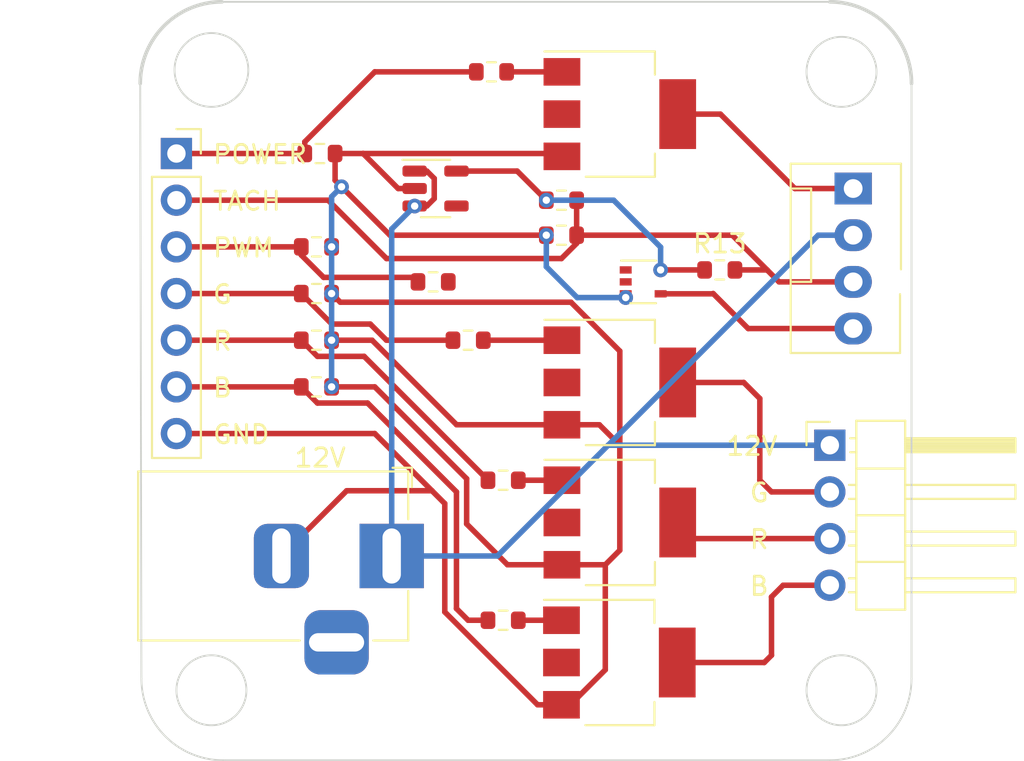
<source format=kicad_pcb>
(kicad_pcb (version 20221018) (generator pcbnew)
  (layers (0 "F.Cu" mixed) (31 "B.Cu" mixed) (34 "B.Paste" user) (35 "F.Paste" user) (36 "B.SilkS" user "B.Silkscreen") (37 "F.SilkS" user "F.Silkscreen") (38 "B.Mask" user) (39 "F.Mask" user) (44 "Edge.Cuts" user))
  (net 0 "")
  (net 1 "Net-(Q2-G)")
  (net 2 "Net-(Q3-G)")
  (net 3 "Net-(Q4-G)")
  (net 4 "Net-(Q5-G)")
  (net 5 "Net-(J4-Pin_1)")
  (net 6 "Net-(J3-Pin_1)")
  (net 7 "Net-(J3-Pin_2)")
  (net 8 "Net-(J3-Pin_3)")
  (net 9 "Net-(J3-Pin_4)")
  (net 10 "Net-(J4-Pin_4)")
  (net 12 "Net-(U2-GND)")
  (net 13 "Net-(U1-VOUT)")
  (net 15 "Net-(J5-Pin_1)")
  (net 16 "Net-(J4-Pin_3)")
  (net 17 "Net-(J5-Pin_4)")
  (net 18 "Net-(J5-Pin_5)")
  (net 19 "Net-(J5-Pin_6)")
  (net 20 "Net-(J5-Pin_7)")
  (net 21 "Net-(J5-Pin_3)")
  (net 22 "Net-(U4-INA)")
  (footprint "Resistor_SMD:R_0603_1608Metric" (layer "F.Cu") (at 127 90.17 180)
    (fp_text reference "R12" hide)
    (fp_text value "10000")
    (fp_line (start -0.237258 -0.5225) (end 0.237258 -0.5225) (stroke (width 0.12)) (layer "F.SilkS"))
    (fp_line (start -0.237258 0.5225) (end 0.237258 0.5225) (stroke (width 0.12)) (layer "F.SilkS"))
    (pad "1" smd roundrect (at -0.825 0 180) (size 0.8 0.95) (layers "F.Cu" "F.Paste" "F.Mask") (net 20 "Net-(J5-Pin_7)"))
    (pad "2" smd roundrect (at 0.825 0 180) (size 0.8 0.95) (layers "F.Cu" "F.Paste" "F.Mask") (net 21 "Net-(J5-Pin_3)"))
  )
  (footprint "Resistor_SMD:R_0603_1608Metric" (layer "F.Cu") (at 135.255 95.25 180)
    (fp_text reference "R10" hide)
    (fp_text value "1000")
    (fp_line (start -0.237258 -0.5225) (end 0.237258 -0.5225) (stroke (width 0.12)) (layer "F.SilkS"))
    (fp_line (start -0.237258 0.5225) (end 0.237258 0.5225) (stroke (width 0.12)) (layer "F.SilkS"))
    (pad "1" smd roundrect (at -0.825 0 180) (size 0.8 0.95) (layers "F.Cu" "F.Paste" "F.Mask") (net 2 "Net-(Q3-G)"))
    (pad "2" smd roundrect (at 0.825 0 180) (size 0.8 0.95) (layers "F.Cu" "F.Paste" "F.Mask") (net 17 "Net-(J5-Pin_4)"))
  )
  (footprint "Package_TO_SOT_SMD:SOT-223-3_TabPin2" (layer "F.Cu") (at 143.485 112.79)
    (fp_text reference "Q5" hide)
    (fp_text value "IRLL014TRPBF")
    (fp_line (start -4.1 -3.41) (end 1.91 -3.41) (stroke (width 0.12)) (layer "F.SilkS"))
    (fp_line (start -1.85 3.41) (end 1.91 3.41) (stroke (width 0.12)) (layer "F.SilkS"))
    (fp_line (start 1.91 -3.41) (end 1.91 -2.15) (stroke (width 0.12)) (layer "F.SilkS"))
    (fp_line (start 1.91 3.41) (end 1.91 2.15) (stroke (width 0.12)) (layer "F.SilkS"))
    (pad "1" smd rect (at -3.15 -2.3) (size 2 1.5) (layers "F.Cu" "F.Paste" "F.Mask") (net 4 "Net-(Q5-G)"))
    (pad "2" smd rect (at -3.15 0) (size 2 1.5) (layers "F.Cu" "F.Paste" "F.Mask") (net 9 "Net-(J3-Pin_4)"))
    (pad "2" smd rect (at 3.15 0) (size 2 3.8) (layers "F.Cu" "F.Paste" "F.Mask") (net 9 "Net-(J3-Pin_4)"))
    (pad "3" smd rect (at -3.15 2.3) (size 2 1.5) (layers "F.Cu" "F.Paste" "F.Mask") (net 20 "Net-(J5-Pin_7)"))
  )
  (footprint "Connector_PinHeader_2.54mm:PinHeader_1x04_P2.54mm_Horizontal" (layer "F.Cu") (at 154.94 100.965)
    (fp_text reference "J3" hide)
    (fp_text value "Conn_01x04")
    (fp_line (start -1.27 -1.27) (end 0 -1.27) (stroke (width 0.12)) (layer "F.SilkS"))
    (fp_line (start -1.27 0) (end -1.27 -1.27) (stroke (width 0.12)) (layer "F.SilkS"))
    (fp_line (start 1.042929 2.16) (end 1.44 2.16) (stroke (width 0.12)) (layer "F.SilkS"))
    (fp_line (start 1.042929 2.92) (end 1.44 2.92) (stroke (width 0.12)) (layer "F.SilkS"))
    (fp_line (start 1.042929 4.7) (end 1.44 4.7) (stroke (width 0.12)) (layer "F.SilkS"))
    (fp_line (start 1.042929 5.46) (end 1.44 5.46) (stroke (width 0.12)) (layer "F.SilkS"))
    (fp_line (start 1.042929 7.24) (end 1.44 7.24) (stroke (width 0.12)) (layer "F.SilkS"))
    (fp_line (start 1.042929 8) (end 1.44 8) (stroke (width 0.12)) (layer "F.SilkS"))
    (fp_line (start 1.11 -0.38) (end 1.44 -0.38) (stroke (width 0.12)) (layer "F.SilkS"))
    (fp_line (start 1.11 0.38) (end 1.44 0.38) (stroke (width 0.12)) (layer "F.SilkS"))
    (fp_line (start 1.44 -1.33) (end 1.44 8.95) (stroke (width 0.12)) (layer "F.SilkS"))
    (fp_line (start 1.44 1.27) (end 4.1 1.27) (stroke (width 0.12)) (layer "F.SilkS"))
    (fp_line (start 1.44 3.81) (end 4.1 3.81) (stroke (width 0.12)) (layer "F.SilkS"))
    (fp_line (start 1.44 6.35) (end 4.1 6.35) (stroke (width 0.12)) (layer "F.SilkS"))
    (fp_line (start 1.44 8.95) (end 4.1 8.95) (stroke (width 0.12)) (layer "F.SilkS"))
    (fp_line (start 4.1 -1.33) (end 1.44 -1.33) (stroke (width 0.12)) (layer "F.SilkS"))
    (fp_line (start 4.1 -0.38) (end 10.1 -0.38) (stroke (width 0.12)) (layer "F.SilkS"))
    (fp_line (start 4.1 -0.32) (end 10.1 -0.32) (stroke (width 0.12)) (layer "F.SilkS"))
    (fp_line (start 4.1 -0.2) (end 10.1 -0.2) (stroke (width 0.12)) (layer "F.SilkS"))
    (fp_line (start 4.1 -0.08) (end 10.1 -0.08) (stroke (width 0.12)) (layer "F.SilkS"))
    (fp_line (start 4.1 0.04) (end 10.1 0.04) (stroke (width 0.12)) (layer "F.SilkS"))
    (fp_line (start 4.1 0.16) (end 10.1 0.16) (stroke (width 0.12)) (layer "F.SilkS"))
    (fp_line (start 4.1 0.28) (end 10.1 0.28) (stroke (width 0.12)) (layer "F.SilkS"))
    (fp_line (start 4.1 2.16) (end 10.1 2.16) (stroke (width 0.12)) (layer "F.SilkS"))
    (fp_line (start 4.1 4.7) (end 10.1 4.7) (stroke (width 0.12)) (layer "F.SilkS"))
    (fp_line (start 4.1 7.24) (end 10.1 7.24) (stroke (width 0.12)) (layer "F.SilkS"))
    (fp_line (start 4.1 8.95) (end 4.1 -1.33) (stroke (width 0.12)) (layer "F.SilkS"))
    (fp_line (start 10.1 -0.38) (end 10.1 0.38) (stroke (width 0.12)) (layer "F.SilkS"))
    (fp_line (start 10.1 0.38) (end 4.1 0.38) (stroke (width 0.12)) (layer "F.SilkS"))
    (fp_line (start 10.1 2.16) (end 10.1 2.92) (stroke (width 0.12)) (layer "F.SilkS"))
    (fp_line (start 10.1 2.92) (end 4.1 2.92) (stroke (width 0.12)) (layer "F.SilkS"))
    (fp_line (start 10.1 4.7) (end 10.1 5.46) (stroke (width 0.12)) (layer "F.SilkS"))
    (fp_line (start 10.1 5.46) (end 4.1 5.46) (stroke (width 0.12)) (layer "F.SilkS"))
    (fp_line (start 10.1 7.24) (end 10.1 8) (stroke (width 0.12)) (layer "F.SilkS"))
    (fp_line (start 10.1 8) (end 4.1 8) (stroke (width 0.12)) (layer "F.SilkS"))
    (pad "1" thru_hole rect (at 0 0) (size 1.7 1.7) (drill 1) (layers "*.Cu" "*.Mask") (net 6 "Net-(J3-Pin_1)"))
    (pad "2" thru_hole oval (at 0 2.54) (size 1.7 1.7) (drill 1) (layers "*.Cu" "*.Mask") (net 7 "Net-(J3-Pin_2)"))
    (pad "3" thru_hole oval (at 0 5.08) (size 1.7 1.7) (drill 1) (layers "*.Cu" "*.Mask") (net 8 "Net-(J3-Pin_3)"))
    (pad "4" thru_hole oval (at 0 7.62) (size 1.7 1.7) (drill 1) (layers "*.Cu" "*.Mask") (net 9 "Net-(J3-Pin_4)"))
  )
  (footprint "Package_TO_SOT_SMD:SOT-223-3_TabPin2" (layer "F.Cu") (at 143.51 82.945)
    (fp_text reference "Q2" hide)
    (fp_text value "IRLL014TRPBF")
    (fp_line (start -4.1 -3.41) (end 1.91 -3.41) (stroke (width 0.12)) (layer "F.SilkS"))
    (fp_line (start -1.85 3.41) (end 1.91 3.41) (stroke (width 0.12)) (layer "F.SilkS"))
    (fp_line (start 1.91 -3.41) (end 1.91 -2.15) (stroke (width 0.12)) (layer "F.SilkS"))
    (fp_line (start 1.91 3.41) (end 1.91 2.15) (stroke (width 0.12)) (layer "F.SilkS"))
    (pad "1" smd rect (at -3.15 -2.3) (size 2 1.5) (layers "F.Cu" "F.Paste" "F.Mask") (net 1 "Net-(Q2-G)"))
    (pad "2" smd rect (at -3.15 0) (size 2 1.5) (layers "F.Cu" "F.Paste" "F.Mask") (net 5 "Net-(J4-Pin_1)"))
    (pad "2" smd rect (at 3.15 0) (size 2 3.8) (layers "F.Cu" "F.Paste" "F.Mask") (net 5 "Net-(J4-Pin_1)"))
    (pad "3" smd rect (at -3.15 2.3) (size 2 1.5) (layers "F.Cu" "F.Paste" "F.Mask") (net 20 "Net-(J5-Pin_7)"))
  )
  (footprint "Resistor_SMD:R_0603_1608Metric" (layer "F.Cu") (at 140.335 87.63 180)
    (fp_text reference "R6" hide)
    (fp_text value "1700")
    (fp_line (start -0.237258 -0.5225) (end 0.237258 -0.5225) (stroke (width 0.12)) (layer "F.SilkS"))
    (fp_line (start -0.237258 0.5225) (end 0.237258 0.5225) (stroke (width 0.12)) (layer "F.SilkS"))
    (pad "1" smd roundrect (at -0.825 0 180) (size 0.8 0.95) (layers "F.Cu" "F.Paste" "F.Mask") (net 16 "Net-(J4-Pin_3)"))
    (pad "2" smd roundrect (at 0.825 0 180) (size 0.8 0.95) (layers "F.Cu" "F.Paste" "F.Mask") (net 13 "Net-(U1-VOUT)"))
  )
  (footprint "Resistor_SMD:R_0603_1608Metric" (layer "F.Cu") (at 140.335 89.535 180)
    (fp_text reference "R7" hide)
    (fp_text value "3300" hide)
    (fp_line (start -0.237258 -0.5225) (end 0.237258 -0.5225) (stroke (width 0.12)) (layer "F.SilkS"))
    (fp_line (start -0.237258 0.5225) (end 0.237258 0.5225) (stroke (width 0.12)) (layer "F.SilkS"))
    (pad "1" smd roundrect (at -0.825 0 180) (size 0.8 0.95) (layers "F.Cu" "F.Paste" "F.Mask") (net 16 "Net-(J4-Pin_3)"))
    (pad "2" smd roundrect (at 0.825 0 180) (size 0.8 0.95) (layers "F.Cu" "F.Paste" "F.Mask") (net 20 "Net-(J5-Pin_7)"))
  )
  (footprint "Package_TO_SOT_SMD:SOT-223-3_TabPin2" (layer "F.Cu") (at 143.51 97.55)
    (fp_text reference "Q3" hide)
    (fp_text value "IRLL014TRPBF")
    (fp_line (start -4.1 -3.41) (end 1.91 -3.41) (stroke (width 0.12)) (layer "F.SilkS"))
    (fp_line (start -1.85 3.41) (end 1.91 3.41) (stroke (width 0.12)) (layer "F.SilkS"))
    (fp_line (start 1.91 -3.41) (end 1.91 -2.15) (stroke (width 0.12)) (layer "F.SilkS"))
    (fp_line (start 1.91 3.41) (end 1.91 2.15) (stroke (width 0.12)) (layer "F.SilkS"))
    (pad "1" smd rect (at -3.15 -2.3) (size 2 1.5) (layers "F.Cu" "F.Paste" "F.Mask") (net 2 "Net-(Q3-G)"))
    (pad "2" smd rect (at -3.15 0) (size 2 1.5) (layers "F.Cu" "F.Paste" "F.Mask") (net 7 "Net-(J3-Pin_2)"))
    (pad "2" smd rect (at 3.15 0) (size 2 3.8) (layers "F.Cu" "F.Paste" "F.Mask") (net 7 "Net-(J3-Pin_2)"))
    (pad "3" smd rect (at -3.15 2.3) (size 2 1.5) (layers "F.Cu" "F.Paste" "F.Mask") (net 20 "Net-(J5-Pin_7)"))
  )
  (footprint "Package_TO_SOT_SMD:SOT-223-3_TabPin2" (layer "F.Cu") (at 143.51 105.17)
    (fp_text reference "Q4" hide)
    (fp_text value "IRLL014TRPBF")
    (fp_line (start -4.1 -3.41) (end 1.91 -3.41) (stroke (width 0.12)) (layer "F.SilkS"))
    (fp_line (start -1.85 3.41) (end 1.91 3.41) (stroke (width 0.12)) (layer "F.SilkS"))
    (fp_line (start 1.91 -3.41) (end 1.91 -2.15) (stroke (width 0.12)) (layer "F.SilkS"))
    (fp_line (start 1.91 3.41) (end 1.91 2.15) (stroke (width 0.12)) (layer "F.SilkS"))
    (pad "1" smd rect (at -3.15 -2.3) (size 2 1.5) (layers "F.Cu" "F.Paste" "F.Mask") (net 3 "Net-(Q4-G)"))
    (pad "2" smd rect (at -3.15 0) (size 2 1.5) (layers "F.Cu" "F.Paste" "F.Mask") (net 8 "Net-(J3-Pin_3)"))
    (pad "2" smd rect (at 3.15 0) (size 2 3.8) (layers "F.Cu" "F.Paste" "F.Mask") (net 8 "Net-(J3-Pin_3)"))
    (pad "3" smd rect (at -3.15 2.3) (size 2 1.5) (layers "F.Cu" "F.Paste" "F.Mask") (net 20 "Net-(J5-Pin_7)"))
  )
  (footprint "Resistor_SMD:R_0603_1608Metric" (layer "F.Cu") (at 127.19 85.09 180)
    (fp_text reference "R8" hide)
    (fp_text value "10000")
    (fp_line (start -0.237258 -0.5225) (end 0.237258 -0.5225) (stroke (width 0.12)) (layer "F.SilkS"))
    (fp_line (start -0.237258 0.5225) (end 0.237258 0.5225) (stroke (width 0.12)) (layer "F.SilkS"))
    (pad "1" smd roundrect (at -0.825 0 180) (size 0.8 0.95) (layers "F.Cu" "F.Paste" "F.Mask") (net 20 "Net-(J5-Pin_7)"))
    (pad "2" smd roundrect (at 0.825 0 180) (size 0.8 0.95) (layers "F.Cu" "F.Paste" "F.Mask") (net 15 "Net-(J5-Pin_1)"))
  )
  (footprint "Connector_PinSocket_2.54mm:PinSocket_1x07_P2.54mm_Vertical" (layer "F.Cu") (at 119.38 85.09)
    (fp_text reference "J5" hide)
    (fp_text value "Conn_01x07_MountingPin")
    (fp_line (start -1.33 1.27) (end -1.33 16.57) (stroke (width 0.12)) (layer "F.SilkS"))
    (fp_line (start -1.33 1.27) (end 1.33 1.27) (stroke (width 0.12)) (layer "F.SilkS"))
    (fp_line (start -1.33 16.57) (end 1.33 16.57) (stroke (width 0.12)) (layer "F.SilkS"))
    (fp_line (start 0 -1.33) (end 1.33 -1.33) (stroke (width 0.12)) (layer "F.SilkS"))
    (fp_line (start 1.33 -1.33) (end 1.33 0) (stroke (width 0.12)) (layer "F.SilkS"))
    (fp_line (start 1.33 1.27) (end 1.33 16.57) (stroke (width 0.12)) (layer "F.SilkS"))
    (pad "1" thru_hole rect (at 0 0) (size 1.7 1.7) (drill 1) (layers "*.Cu" "*.Mask") (net 15 "Net-(J5-Pin_1)"))
    (pad "2" thru_hole oval (at 0 2.54) (size 1.7 1.7) (drill 1) (layers "*.Cu" "*.Mask") (net 16 "Net-(J4-Pin_3)"))
    (pad "3" thru_hole oval (at 0 5.08) (size 1.7 1.7) (drill 1) (layers "*.Cu" "*.Mask") (net 21 "Net-(J5-Pin_3)"))
    (pad "4" thru_hole oval (at 0 7.62) (size 1.7 1.7) (drill 1) (layers "*.Cu" "*.Mask") (net 17 "Net-(J5-Pin_4)"))
    (pad "5" thru_hole oval (at 0 10.16) (size 1.7 1.7) (drill 1) (layers "*.Cu" "*.Mask") (net 18 "Net-(J5-Pin_5)"))
    (pad "6" thru_hole oval (at 0 12.7) (size 1.7 1.7) (drill 1) (layers "*.Cu" "*.Mask") (net 19 "Net-(J5-Pin_6)"))
    (pad "7" thru_hole oval (at 0 15.24) (size 1.7 1.7) (drill 1) (layers "*.Cu" "*.Mask") (net 20 "Net-(J5-Pin_7)"))
  )
  (footprint "Resistor_SMD:R_0603_1608Metric" (layer "F.Cu") (at 136.525 80.645)
    (fp_text reference "R1" hide)
    (fp_text value "1000")
    (fp_line (start -0.237258 -0.5225) (end 0.237258 -0.5225) (stroke (width 0.12)) (layer "F.SilkS"))
    (fp_line (start -0.237258 0.5225) (end 0.237258 0.5225) (stroke (width 0.12)) (layer "F.SilkS"))
    (pad "1" smd roundrect (at -0.825 0) (size 0.8 0.95) (layers "F.Cu" "F.Paste" "F.Mask") (net 15 "Net-(J5-Pin_1)"))
    (pad "2" smd roundrect (at 0.825 0) (size 0.8 0.95) (layers "F.Cu" "F.Paste" "F.Mask") (net 1 "Net-(Q2-G)"))
  )
  (footprint "Resistor_SMD:R_0603_1608Metric" (layer "F.Cu") (at 137.16 110.49 180)
    (fp_text reference "R11" hide)
    (fp_text value "1000")
    (fp_line (start -0.237258 -0.5225) (end 0.237258 -0.5225) (stroke (width 0.12)) (layer "F.SilkS"))
    (fp_line (start -0.237258 0.5225) (end 0.237258 0.5225) (stroke (width 0.12)) (layer "F.SilkS"))
    (pad "1" smd roundrect (at -0.825 0 180) (size 0.8 0.95) (layers "F.Cu" "F.Paste" "F.Mask") (net 4 "Net-(Q5-G)"))
    (pad "2" smd roundrect (at 0.825 0 180) (size 0.8 0.95) (layers "F.Cu" "F.Paste" "F.Mask") (net 19 "Net-(J5-Pin_6)"))
  )
  (footprint "Package_TO_SOT_SMD:SOT-23-5" (layer "F.Cu") (at 133.4825 86.995)
    (fp_text reference "U1" hide)
    (fp_text value "MIC5231-3.3YM5-TR")
    (fp_line (start 0 -1.56) (end -1.8 -1.56) (stroke (width 0.12)) (layer "F.SilkS"))
    (fp_line (start 0 -1.56) (end 0.8 -1.56) (stroke (width 0.12)) (layer "F.SilkS"))
    (fp_line (start 0 1.56) (end -0.8 1.56) (stroke (width 0.12)) (layer "F.SilkS"))
    (fp_line (start 0 1.56) (end 0.8 1.56) (stroke (width 0.12)) (layer "F.SilkS"))
    (pad "1" smd roundrect (at -1.1375 -0.95) (size 1.325 0.6) (layers "F.Cu" "F.Paste" "F.Mask") (net 6 "Net-(J3-Pin_1)"))
    (pad "2" smd roundrect (at -1.1375 0) (size 1.325 0.6) (layers "F.Cu" "F.Paste" "F.Mask") (net 20 "Net-(J5-Pin_7)"))
    (pad "3" smd roundrect (at -1.1375 0.95) (size 1.325 0.6) (layers "F.Cu" "F.Paste" "F.Mask") (net 6 "Net-(J3-Pin_1)"))
    (pad "4" smd roundrect (at 1.1375 0.95) (size 1.325 0.6) (layers "F.Cu" "F.Paste" "F.Mask"))
    (pad "5" smd roundrect (at 1.1375 -0.95) (size 1.325 0.6) (layers "F.Cu" "F.Paste" "F.Mask") (net 13 "Net-(U1-VOUT)"))
  )
  (footprint "Package_TO_SOT_SMD:SOT-353_SC-70-5" (layer "F.Cu") (at 144.78 92.075)
    (fp_text reference "U2" hide)
    (fp_text value "MC74HC1G04DFT2")
    (fp_line (start -0.7 1.16) (end 0.7 1.16) (stroke (width 0.12)) (layer "F.SilkS"))
    (fp_line (start 0.7 -1.16) (end -1.2 -1.16) (stroke (width 0.12)) (layer "F.SilkS"))
    (pad "1" smd rect (at -0.95 -0.65) (size 0.65 0.4) (layers "F.Cu" "F.Paste" "F.Mask"))
    (pad "2" smd rect (at -0.95 0) (size 0.65 0.4) (layers "F.Cu" "F.Paste" "F.Mask") (net 12 "Net-(U2-GND)"))
    (pad "3" smd rect (at -0.95 0.65) (size 0.65 0.4) (layers "F.Cu" "F.Paste" "F.Mask") (net 20 "Net-(J5-Pin_7)"))
    (pad "4" smd rect (at 0.95 0.65) (size 0.65 0.4) (layers "F.Cu" "F.Paste" "F.Mask") (net 10 "Net-(J4-Pin_4)"))
    (pad "5" smd rect (at 0.95 -0.65) (size 0.65 0.4) (layers "F.Cu" "F.Paste" "F.Mask") (net 13 "Net-(U1-VOUT)"))
  )
  (footprint "Resistor_SMD:R_0603_1608Metric" (layer "F.Cu") (at 148.95 91.425)
    (fp_text reference "R13" (at 0 -1.43) (layer "F.SilkS"))
    (fp_text value "10000")
    (fp_line (start -0.237258 -0.5225) (end 0.237258 -0.5225) (stroke (width 0.12)) (layer "F.SilkS"))
    (fp_line (start -0.237258 0.5225) (end 0.237258 0.5225) (stroke (width 0.12)) (layer "F.SilkS"))
    (pad "1" smd roundrect (at -0.825 0) (size 0.8 0.95) (layers "F.Cu" "F.Paste" "F.Mask") (net 13 "Net-(U1-VOUT)"))
    (pad "2" smd roundrect (at 0.825 0) (size 0.8 0.95) (layers "F.Cu" "F.Paste" "F.Mask") (net 16 "Net-(J4-Pin_3)"))
  )
  (footprint "Resistor_SMD:R_0603_1608Metric" (layer "F.Cu") (at 127 97.79)
    (fp_text reference "R5" hide)
    (fp_text value "10000")
    (fp_line (start -0.237258 -0.5225) (end 0.237258 -0.5225) (stroke (width 0.12)) (layer "F.SilkS"))
    (fp_line (start -0.237258 0.5225) (end 0.237258 0.5225) (stroke (width 0.12)) (layer "F.SilkS"))
    (pad "1" smd roundrect (at -0.825 0) (size 0.8 0.95) (layers "F.Cu" "F.Paste" "F.Mask") (net 19 "Net-(J5-Pin_6)"))
    (pad "2" smd roundrect (at 0.825 0) (size 0.8 0.95) (layers "F.Cu" "F.Paste" "F.Mask") (net 20 "Net-(J5-Pin_7)"))
  )
  (footprint "Resistor_SMD:R_0603_1608Metric" (layer "F.Cu") (at 127 95.25)
    (fp_text reference "R4" hide)
    (fp_text value "10000")
    (fp_line (start -0.237258 -0.5225) (end 0.237258 -0.5225) (stroke (width 0.12)) (layer "F.SilkS"))
    (fp_line (start -0.237258 0.5225) (end 0.237258 0.5225) (stroke (width 0.12)) (layer "F.SilkS"))
    (pad "1" smd roundrect (at -0.825 0) (size 0.8 0.95) (layers "F.Cu" "F.Paste" "F.Mask") (net 18 "Net-(J5-Pin_5)"))
    (pad "2" smd roundrect (at 0.825 0) (size 0.8 0.95) (layers "F.Cu" "F.Paste" "F.Mask") (net 20 "Net-(J5-Pin_7)"))
  )
  (footprint "Connector_BarrelJack:BarrelJack_Horizontal" (layer "F.Cu") (at 131.095 106.9925)
    (fp_text reference "J2" hide)
    (fp_text value "Barrel_Jack")
    (fp_line (start -13.8 -4.6) (end 0.9 -4.6) (stroke (width 0.12)) (layer "F.SilkS"))
    (fp_line (start -13.8 4.6) (end -13.8 -4.6) (stroke (width 0.12)) (layer "F.SilkS"))
    (fp_line (start -5 4.6) (end -13.8 4.6) (stroke (width 0.12)) (layer "F.SilkS"))
    (fp_line (start 0.05 -4.8) (end 1.1 -4.8) (stroke (width 0.12)) (layer "F.SilkS"))
    (fp_line (start 0.9 -4.6) (end 0.9 -2) (stroke (width 0.12)) (layer "F.SilkS"))
    (fp_line (start 0.9 1.9) (end 0.9 4.6) (stroke (width 0.12)) (layer "F.SilkS"))
    (fp_line (start 0.9 4.6) (end -1 4.6) (stroke (width 0.12)) (layer "F.SilkS"))
    (fp_line (start 1.1 -3.75) (end 1.1 -4.8) (stroke (width 0.12)) (layer "F.SilkS"))
    (pad "1" thru_hole rect (at 0 0) (size 3.5 3.5) (drill oval 1 3) (layers "*.Cu" "*.Mask") (net 6 "Net-(J3-Pin_1)"))
    (pad "2" thru_hole roundrect (at -6 0) (size 3 3.5) (drill oval 1 3) (layers "*.Cu" "*.Mask") (net 20 "Net-(J5-Pin_7)"))
    (pad "3" thru_hole roundrect (at -3 4.7) (size 3.5 3.5) (drill oval 3 1) (layers "*.Cu" "*.Mask"))
  )
  (footprint "Resistor_SMD:R_0603_1608Metric" (layer "F.Cu") (at 137.16 102.87 180)
    (fp_text reference "R9" hide)
    (fp_text value "1000")
    (fp_line (start -0.237258 -0.5225) (end 0.237258 -0.5225) (stroke (width 0.12)) (layer "F.SilkS"))
    (fp_line (start -0.237258 0.5225) (end 0.237258 0.5225) (stroke (width 0.12)) (layer "F.SilkS"))
    (pad "1" smd roundrect (at -0.825 0 180) (size 0.8 0.95) (layers "F.Cu" "F.Paste" "F.Mask") (net 3 "Net-(Q4-G)"))
    (pad "2" smd roundrect (at 0.825 0 180) (size 0.8 0.95) (layers "F.Cu" "F.Paste" "F.Mask") (net 18 "Net-(J5-Pin_5)"))
  )
  (footprint "Connector:FanPinHeader_1x04_P2.54mm_Vertical" (layer "F.Cu") (at 156.21 86.995 -90)
    (fp_text reference "J4" hide)
    (fp_text value "Conn_01x04")
    (fp_line (start -1.35 -2.6) (end 4.4 -2.6) (stroke (width 0.12)) (layer "F.SilkS"))
    (fp_line (start -1.35 3.4) (end -1.35 -2.6) (stroke (width 0.12)) (layer "F.SilkS"))
    (fp_line (start 0 2.29) (end 5.08 2.29) (stroke (width 0.12)) (layer "F.SilkS"))
    (fp_line (start 0 3.3) (end 0 2.29) (stroke (width 0.12)) (layer "F.SilkS"))
    (fp_line (start 5.08 2.29) (end 5.08 3.3) (stroke (width 0.12)) (layer "F.SilkS"))
    (fp_line (start 5.75 -2.55) (end 8.95 -2.55) (stroke (width 0.12)) (layer "F.SilkS"))
    (fp_line (start 8.95 -2.55) (end 8.95 3.4) (stroke (width 0.12)) (layer "F.SilkS"))
    (fp_line (start 8.95 3.4) (end -1.35 3.4) (stroke (width 0.12)) (layer "F.SilkS"))
    (pad "" np_thru_hole circle (at 5.08 -2.16) (size 1.1 1.1) (drill 1.1) (layers "*.Cu" "*.Mask"))
    (pad "1" thru_hole rect (at 0 0) (size 2.03 1.73) (drill 1.02) (layers "*.Cu" "*.Mask") (net 5 "Net-(J4-Pin_1)"))
    (pad "2" thru_hole oval (at 2.54 0) (size 2.03 1.73) (drill 1.02) (layers "*.Cu" "*.Mask") (net 6 "Net-(J3-Pin_1)"))
    (pad "3" thru_hole oval (at 5.08 0) (size 2.03 1.73) (drill 1.02) (layers "*.Cu" "*.Mask") (net 16 "Net-(J4-Pin_3)"))
    (pad "4" thru_hole oval (at 7.62 0) (size 2.03 1.73) (drill 1.02) (layers "*.Cu" "*.Mask") (net 10 "Net-(J4-Pin_4)"))
  )
  (footprint "Resistor_SMD:R_0603_1608Metric" (layer "F.Cu") (at 127 92.71 180)
    (fp_text reference "R3" hide)
    (fp_text value "10000")
    (fp_line (start -0.237258 -0.5225) (end 0.237258 -0.5225) (stroke (width 0.12)) (layer "F.SilkS"))
    (fp_line (start -0.237258 0.5225) (end 0.237258 0.5225) (stroke (width 0.12)) (layer "F.SilkS"))
    (pad "1" smd roundrect (at -0.825 0 180) (size 0.8 0.95) (layers "F.Cu" "F.Paste" "F.Mask") (net 20 "Net-(J5-Pin_7)"))
    (pad "2" smd roundrect (at 0.825 0 180) (size 0.8 0.95) (layers "F.Cu" "F.Paste" "F.Mask") (net 17 "Net-(J5-Pin_4)"))
  )
  (footprint "Resistor_SMD:R_0603_1608Metric" (layer "F.Cu") (at 133.35 92.075)
    (fp_text reference "R2" hide)
    (fp_text value "1000")
    (fp_line (start -0.237258 -0.5225) (end 0.237258 -0.5225) (stroke (width 0.12)) (layer "F.SilkS"))
    (fp_line (start -0.237258 0.5225) (end 0.237258 0.5225) (stroke (width 0.12)) (layer "F.SilkS"))
    (pad "1" smd roundrect (at -0.825 0) (size 0.8 0.95) (layers "F.Cu" "F.Paste" "F.Mask") (net 21 "Net-(J5-Pin_3)"))
    (pad "2" smd roundrect (at 0.825 0) (size 0.8 0.95) (layers "F.Cu" "F.Paste" "F.Mask") (net 22 "Net-(U4-INA)"))
  )
  (gr_line (start 117.475 113.665) (end 117.41118 81.28) (stroke (width 0.1)) (layer "Edge.Cuts"))
  (gr_line (start 159.385 81.28) (end 159.385 113.665) (stroke (width 0.1)) (layer "Edge.Cuts"))
  (gr_circle (center 121.285 80.541954) (end 123.19 81.176954) (stroke (width 0.1)) (fill none) (layer "Edge.Cuts"))
  (gr_circle (center 155.575 114.3) (end 157.48 114.3) (stroke (width 0.1)) (fill none) (layer "Edge.Cuts"))
  (gr_arc (start 117.41118 81.28) (mid 118.71309 78.13691) (end 121.85618 76.835) (stroke (width 0.2)) (layer "Edge.Cuts"))
  (gr_arc (start 154.94 76.835) (mid 158.08309 78.13691) (end 159.385 81.28) (stroke (width 0.2)) (layer "Edge.Cuts"))
  (gr_line (start 154.94 118.11) (end 121.92 118.11) (stroke (width 0.1)) (layer "Edge.Cuts"))
  (gr_circle (center 121.285 114.3) (end 123.19 114.3) (stroke (width 0.1)) (fill none) (layer "Edge.Cuts"))
  (gr_arc (start 121.92 118.11) (mid 118.77691 116.80809) (end 117.475 113.665) (stroke (width 0.1)) (layer "Edge.Cuts"))
  (gr_circle (center 155.575 80.645) (end 157.48 80.645) (stroke (width 0.1)) (fill none) (layer "Edge.Cuts"))
  (gr_arc (start 159.385 113.665) (mid 158.08309 116.80809) (end 154.94 118.11) (stroke (width 0.1)) (layer "Edge.Cuts"))
  (gr_line (start 121.85618 76.835) (end 154.94 76.835) (stroke (width 0.1)) (layer "Edge.Cuts"))
  (gr_text "12V" (at 149.225 101.6) (layer "F.SilkS") (effects (font (size 1 1)) (justify left bottom)))
  (gr_text "R" (at 150.495 106.68) (layer "F.SilkS") (effects (font (size 1 1)) (justify left bottom)))
  (gr_text "G" (at 150.495 104.14) (layer "F.SilkS") (effects (font (size 1 1)) (justify left bottom)))
  (gr_text "POWER" (at 121.285 85.725) (layer "F.SilkS") (effects (font (size 1 1)) (justify left bottom)))
  (gr_text "B" (at 150.495 109.22) (layer "F.SilkS") (effects (font (size 1 1)) (justify left bottom)))
  (gr_text "12V" (at 125.73 102.235) (layer "F.SilkS") (effects (font (size 1 1)) (justify left bottom)))
  (gr_text "TACH" (at 121.285 88.265) (layer "F.SilkS") (effects (font (size 1 1)) (justify left bottom)))
  (gr_text "R" (at 121.285 95.885) (layer "F.SilkS") (effects (font (size 1 1)) (justify left bottom)))
  (gr_text "G" (at 121.285 93.345) (layer "F.SilkS") (effects (font (size 1 1)) (justify left bottom)))
  (gr_text "PWM" (at 121.285 90.805) (layer "F.SilkS") (effects (font (size 1 1)) (justify left bottom)))
  (gr_text "GND" (at 121.285 100.965) (layer "F.SilkS") (effects (font (size 1 1)) (justify left bottom)))
  (gr_text "B" (at 121.285 98.425) (layer "F.SilkS") (effects (font (size 1 1)) (justify left bottom)))
  (segment (start 137.35 80.645) (end 140.36 80.645) (width 0.3) (layer "F.Cu") (net 1))
  (segment (start 140.36 95.25) (end 136.08 95.25) (width 0.3) (layer "F.Cu") (net 2))
  (segment (start 140.36 102.87) (end 137.985 102.87) (width 0.3) (layer "F.Cu") (net 3))
  (segment (start 140.335 110.49) (end 137.985 110.49) (width 0.3) (layer "F.Cu") (net 4))
  (segment (start 148.985 82.945) (end 146.66 82.945) (width 0.3) (layer "F.Cu") (net 5))
  (segment (start 153.035 86.995) (end 148.985 82.945) (width 0.3) (layer "F.Cu") (net 5))
  (segment (start 156.21 86.995) (end 153.035 86.995) (width 0.3) (layer "F.Cu") (net 5))
  (segment (start 133.4115 87.540999) (end 133.007499 87.945) (width 0.3) (layer "F.Cu") (net 6))
  (segment (start 133.007499 86.045) (end 133.4115 86.449001) (width 0.3) (layer "F.Cu") (net 6))
  (segment (start 133.007499 87.945) (end 132.345 87.945) (width 0.3) (layer "F.Cu") (net 6))
  (segment (start 132.345 86.045) (end 133.007499 86.045) (width 0.3) (layer "F.Cu") (net 6))
  (segment (start 133.4115 86.449001) (end 133.4115 87.540999) (width 0.3) (layer "F.Cu") (net 6))
  (segment (start 132.345 87.949) (end 132.345 87.945) (width 0.3) (layer "F.Cu") (net 6))
  (via (at 132.345 87.949) (size 0.8) (drill 0.4) (layers "F.Cu" "B.Cu") (net 6))
  (segment (start 142.875 100.965) (end 136.8475 106.9925) (width 0.3) (layer "B.Cu") (net 6))
  (segment (start 156.21 89.535) (end 154.305 89.535) (width 0.3) (layer "B.Cu") (net 6))
  (segment (start 132.345 87.949) (end 131.095 89.199) (width 0.3) (layer "B.Cu") (net 6))
  (segment (start 154.94 100.965) (end 142.875 100.965) (width 0.3) (layer "B.Cu") (net 6))
  (segment (start 136.8475 106.9925) (end 131.095 106.9925) (width 0.3) (layer "B.Cu") (net 6))
  (segment (start 154.305 89.535) (end 142.875 100.965) (width 0.3) (layer "B.Cu") (net 6))
  (segment (start 131.095 89.199) (end 131.095 106.9925) (width 0.3) (layer "B.Cu") (net 6))
  (segment (start 151.765 103.505) (end 151.13 102.87) (width 0.3) (layer "F.Cu") (net 7))
  (segment (start 154.94 103.505) (end 151.765 103.505) (width 0.3) (layer "F.Cu") (net 7))
  (segment (start 150.255 97.55) (end 151.13 98.425) (width 0.3) (layer "F.Cu") (net 7))
  (segment (start 146.66 97.55) (end 150.255 97.55) (width 0.3) (layer "F.Cu") (net 7))
  (segment (start 151.13 102.87) (end 151.13 98.425) (width 0.3) (layer "F.Cu") (net 7))
  (segment (start 154.94 106.045) (end 147.535 106.045) (width 0.3) (layer "F.Cu") (net 8))
  (segment (start 147.535 106.045) (end 146.66 105.17) (width 0.3) (layer "F.Cu") (net 8))
  (segment (start 151.37 112.79) (end 151.765 112.395) (width 0.3) (layer "F.Cu") (net 9))
  (segment (start 154.94 108.585) (end 152.4 108.585) (width 0.3) (layer "F.Cu") (net 9))
  (segment (start 151.765 109.22) (end 151.765 112.395) (width 0.3) (layer "F.Cu") (net 9))
  (segment (start 152.4 108.585) (end 151.765 109.22) (width 0.3) (layer "F.Cu") (net 9))
  (segment (start 146.635 112.79) (end 151.37 112.79) (width 0.3) (layer "F.Cu") (net 9))
  (segment (start 150.495 94.615) (end 148.59 92.71) (width 0.3) (layer "F.Cu") (net 10))
  (segment (start 156.21 94.615) (end 150.495 94.615) (width 0.3) (layer "F.Cu") (net 10))
  (segment (start 148.575 92.725) (end 145.73 92.725) (width 0.3) (layer "F.Cu") (net 10))
  (segment (start 148.59 92.71) (end 148.575 92.725) (width 0.3) (layer "F.Cu") (net 10))
  (segment (start 137.925 86.045) (end 139.51 87.63) (width 0.3) (layer "F.Cu") (net 13))
  (segment (start 145.73 91.425) (end 148.125 91.425) (width 0.3) (layer "F.Cu") (net 13))
  (segment (start 134.62 86.045) (end 137.925 86.045) (width 0.3) (layer "F.Cu") (net 13))
  (via (at 145.73 91.425) (size 0.8) (drill 0.4) (layers "F.Cu" "B.Cu") (net 13))
  (via (at 139.51 87.63) (size 0.8) (drill 0.4) (layers "F.Cu" "B.Cu") (net 13))
  (segment (start 145.73 90.185) (end 145.73 91.425) (width 0.3) (layer "B.Cu") (net 13))
  (segment (start 145.73 90.185) (end 143.175 87.63) (width 0.3) (layer "B.Cu") (net 13))
  (segment (start 143.175 87.63) (end 139.51 87.63) (width 0.3) (layer "B.Cu") (net 13))
  (segment (start 126.365 84.455) (end 126.365 85.09) (width 0.3) (layer "F.Cu") (net 15))
  (segment (start 130.175 80.645) (end 126.365 84.455) (width 0.3) (layer "F.Cu") (net 15))
  (segment (start 135.7 80.645) (end 130.175 80.645) (width 0.3) (layer "F.Cu") (net 15))
  (segment (start 126.365 85.09) (end 119.38 85.09) (width 0.3) (layer "F.Cu") (net 15))
  (segment (start 151.525 91.425) (end 152.175 92.075) (width 0.3) (layer "F.Cu") (net 16))
  (segment (start 127.635 87.63) (end 119.38 87.63) (width 0.3) (layer "F.Cu") (net 16))
  (segment (start 152.175 92.075) (end 156.21 92.075) (width 0.3) (layer "F.Cu") (net 16))
  (segment (start 149.635 89.535) (end 151.525 91.425) (width 0.3) (layer "F.Cu") (net 16))
  (segment (start 141.16 89.535) (end 141.16 89.98) (width 0.3) (layer "F.Cu") (net 16))
  (segment (start 130.81 90.805) (end 127.635 87.63) (width 0.3) (layer "F.Cu") (net 16))
  (segment (start 140.335 90.805) (end 130.81 90.805) (width 0.3) (layer "F.Cu") (net 16))
  (segment (start 141.16 89.535) (end 141.16 87.63) (width 0.3) (layer "F.Cu") (net 16))
  (segment (start 141.16 89.535) (end 149.635 89.535) (width 0.3) (layer "F.Cu") (net 16))
  (segment (start 149.775 91.425) (end 151.525 91.425) (width 0.3) (layer "F.Cu") (net 16))
  (segment (start 141.16 89.98) (end 140.335 90.805) (width 0.3) (layer "F.Cu") (net 16))
  (segment (start 126.175 92.71) (end 127.836 94.371) (width 0.3) (layer "F.Cu") (net 17))
  (segment (start 134.43 95.25) (end 130.81 95.25) (width 0.3) (layer "F.Cu") (net 17))
  (segment (start 126.175 92.71) (end 119.38 92.71) (width 0.3) (layer "F.Cu") (net 17))
  (segment (start 129.931 94.371) (end 130.81 95.25) (width 0.3) (layer "F.Cu") (net 17))
  (segment (start 127.836 94.371) (end 129.931 94.371) (width 0.3) (layer "F.Cu") (net 17))
  (segment (start 127.054 96.129) (end 129.594 96.129) (width 0.3) (layer "F.Cu") (net 18))
  (segment (start 126.175 95.25) (end 127.054 96.129) (width 0.3) (layer "F.Cu") (net 18))
  (segment (start 126.175 95.25) (end 119.38 95.25) (width 0.3) (layer "F.Cu") (net 18))
  (segment (start 129.594 96.129) (end 136.335 102.87) (width 0.3) (layer "F.Cu") (net 18))
  (segment (start 129.784 98.669) (end 134.62 103.505) (width 0.3) (layer "F.Cu") (net 19))
  (segment (start 134.62 103.505) (end 134.62 109.855) (width 0.3) (layer "F.Cu") (net 19))
  (segment (start 135.255 110.49) (end 136.335 110.49) (width 0.3) (layer "F.Cu") (net 19))
  (segment (start 127.054 98.669) (end 129.784 98.669) (width 0.3) (layer "F.Cu") (net 19))
  (segment (start 126.175 97.79) (end 119.38 97.79) (width 0.3) (layer "F.Cu") (net 19))
  (segment (start 134.62 109.855) (end 135.255 110.49) (width 0.3) (layer "F.Cu") (net 19))
  (segment (start 126.175 97.79) (end 127.054 98.669) (width 0.3) (layer "F.Cu") (net 19))
  (segment (start 127.825 92.71) (end 128.297 93.182) (width 0.3) (layer "F.Cu") (net 20))
  (segment (start 143.51 95.842) (end 143.51 100.965) (width 0.3) (layer "F.Cu") (net 20))
  (segment (start 119.38 100.33) (end 130.175 100.33) (width 0.3) (layer "F.Cu") (net 20))
  (segment (start 140.36 99.85) (end 142.395 99.85) (width 0.3) (layer "F.Cu") (net 20))
  (segment (start 140.205 85.09) (end 140.36 85.245) (width 0.3) (layer "F.Cu") (net 20))
  (segment (start 142.72 113.185) (end 142.72 107.47) (width 0.3) (layer "F.Cu") (net 20))
  (segment (start 131.445 86.995) (end 129.54 85.09) (width 0.3) (layer "F.Cu") (net 20))
  (segment (start 131 89.535) (end 128.365 86.9) (width 0.3) (layer "F.Cu") (net 20))
  (segment (start 125.095 106.9925) (end 128.646 103.4415) (width 0.3) (layer "F.Cu") (net 20))
  (segment (start 132.345 86.995) (end 131.445 86.995) (width 0.3) (layer "F.Cu") (net 20))
  (segment (start 142.395 99.85) (end 143.51 100.965) (width 0.3) (layer "F.Cu") (net 20))
  (segment (start 133.2865 103.4415) (end 133.985 104.14) (width 0.3) (layer "F.Cu") (net 20))
  (segment (start 135.174 105.248) (end 135.174 102.789) (width 0.3) (layer "F.Cu") (net 20))
  (segment (start 139.035 115.09) (end 140.335 115.09) (width 0.3) (layer "F.Cu") (net 20))
  (segment (start 128.297 93.182) (end 140.85 93.182) (width 0.3) (layer "F.Cu") (net 20))
  (segment (start 140.85 93.182) (end 143.51 95.842) (width 0.3) (layer "F.Cu") (net 20))
  (segment (start 137.396 107.47) (end 135.174 105.248) (width 0.3) (layer "F.Cu") (net 20))
  (segment (start 128.646 103.4415) (end 133.2865 103.4415) (width 0.3) (layer "F.Cu") (net 20))
  (segment (start 130.026526 95.25) (end 134.626526 99.85) (width 0.3) (layer "F.Cu") (net 20))
  (segment (start 134.626526 99.85) (end 140.36 99.85) (width 0.3) (layer "F.Cu") (net 20))
  (segment (start 143.51 100.965) (end 143.51 106.68) (width 0.3) (layer "F.Cu") (net 20))
  (segment (start 142.72 107.47) (end 140.36 107.47) (width 0.3) (layer "F.Cu") (net 20))
  (segment (start 135.174 102.789) (end 130.175 97.79) (width 0.3) (layer "F.Cu") (net 20))
  (segment (start 140.36 107.47) (end 137.396 107.47) (width 0.3) (layer "F.Cu") (net 20))
  (segment (start 130.175 100.33) (end 133.2865 103.4415) (width 0.3) (layer "F.Cu") (net 20))
  (segment (start 128.365 86.9) (end 128.015 86.55) (width 0.3) (layer "F.Cu") (net 20))
  (segment (start 127.825 95.25) (end 130.026526 95.25) (width 0.3) (layer "F.Cu") (net 20))
  (segment (start 139.51 89.535) (end 131 89.535) (width 0.3) (layer "F.Cu") (net 20))
  (segment (start 128.015 86.55) (end 128.015 85.09) (width 0.3) (layer "F.Cu") (net 20))
  (segment (start 140.815 115.09) (end 142.72 113.185) (width 0.3) (layer "F.Cu") (net 20))
  (segment (start 129.54 85.09) (end 140.205 85.09) (width 0.3) (layer "F.Cu") (net 20))
  (segment (start 130.175 97.79) (end 127.825 97.79) (width 0.3) (layer "F.Cu") (net 20))
  (segment (start 128.015 85.09) (end 129.54 85.09) (width 0.3) (layer "F.Cu") (net 20))
  (segment (start 133.985 104.14) (end 133.985 110.04) (width 0.3) (layer "F.Cu") (net 20))
  (segment (start 140.335 115.09) (end 140.815 115.09) (width 0.3) (layer "F.Cu") (net 20))
  (segment (start 139.965 85.09) (end 140.36 85.485) (width 0.3) (layer "F.Cu") (net 20))
  (segment (start 143.51 106.68) (end 142.72 107.47) (width 0.3) (layer "F.Cu") (net 20))
  (segment (start 133.985 110.04) (end 139.035 115.09) (width 0.3) (layer "F.Cu") (net 20))
  (via (at 128.365 86.9) (size 0.8) (drill 0.4) (layers "F.Cu" "B.Cu") (net 20))
  (via (at 127.825 97.79) (size 0.8) (drill 0.4) (layers "F.Cu" "B.Cu") (net 20))
  (via (at 127.825 92.71) (size 0.8) (drill 0.4) (layers "F.Cu" "B.Cu") (net 20))
  (via (at 127.825 95.25) (size 0.8) (drill 0.4) (layers "F.Cu" "B.Cu") (net 20))
  (via (at 127.825 90.17) (size 0.8) (drill 0.4) (layers "F.Cu" "B.Cu") (net 20))
  (via (at 143.83 92.929002) (size 0.8) (drill 0.4) (layers "F.Cu" "B.Cu") (net 20))
  (via (at 139.51 89.535) (size 0.8) (drill 0.4) (layers "F.Cu" "B.Cu") (net 20))
  (segment (start 128.365 86.9) (end 127.825 87.44) (width 0.3) (layer "B.Cu") (net 20))
  (segment (start 127.825 95.25) (end 127.825 97.79) (width 0.3) (layer "B.Cu") (net 20))
  (segment (start 139.51 91.25) (end 141.189002 92.929002) (width 0.3) (layer "B.Cu") (net 20))
  (segment (start 127.825 92.71) (end 127.825 95.25) (width 0.3) (layer "B.Cu") (net 20))
  (segment (start 139.51 89.535) (end 139.51 91.25) (width 0.3) (layer "B.Cu") (net 20))
  (segment (start 127.825 92.71) (end 127.825 90.17) (width 0.3) (layer "B.Cu") (net 20))
  (segment (start 141.189002 92.929002) (end 143.83 92.929002) (width 0.3) (layer "B.Cu") (net 20))
  (segment (start 127.825 90.17) (end 127.825 87.44) (width 0.3) (layer "B.Cu") (net 20))
  (segment (start 132.281 91.831) (end 132.525 92.075) (width 0.3) (layer "F.Cu") (net 21))
  (segment (start 126.175 90.615) (end 127.391 91.831) (width 0.3) (layer "F.Cu") (net 21))
  (segment (start 127.391 91.831) (end 132.281 91.831) (width 0.3) (layer "F.Cu") (net 21))
  (segment (start 126.175 90.17) (end 119.38 90.17) (width 0.3) (layer "F.Cu") (net 21))
  (segment (start 126.175 90.17) (end 126.175 90.615) (width 0.3) (layer "F.Cu") (net 21))
)
</source>
